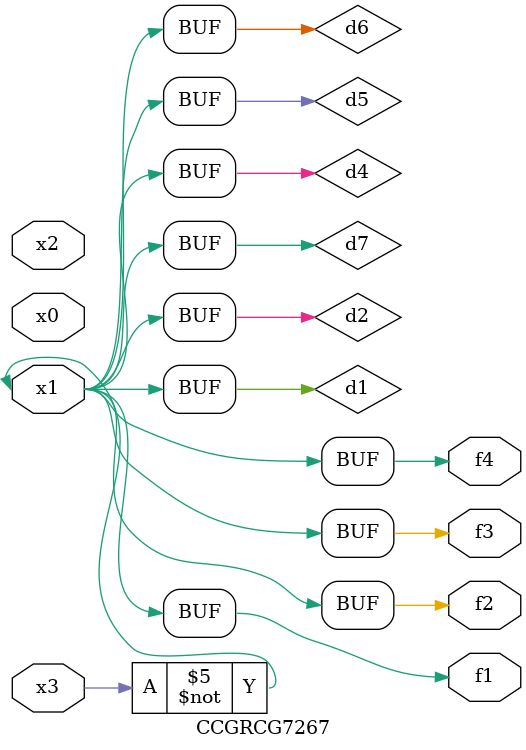
<source format=v>
module CCGRCG7267(
	input x0, x1, x2, x3,
	output f1, f2, f3, f4
);

	wire d1, d2, d3, d4, d5, d6, d7;

	not (d1, x3);
	buf (d2, x1);
	xnor (d3, d1, d2);
	nor (d4, d1);
	buf (d5, d1, d2);
	buf (d6, d4, d5);
	nand (d7, d4);
	assign f1 = d6;
	assign f2 = d7;
	assign f3 = d6;
	assign f4 = d6;
endmodule

</source>
